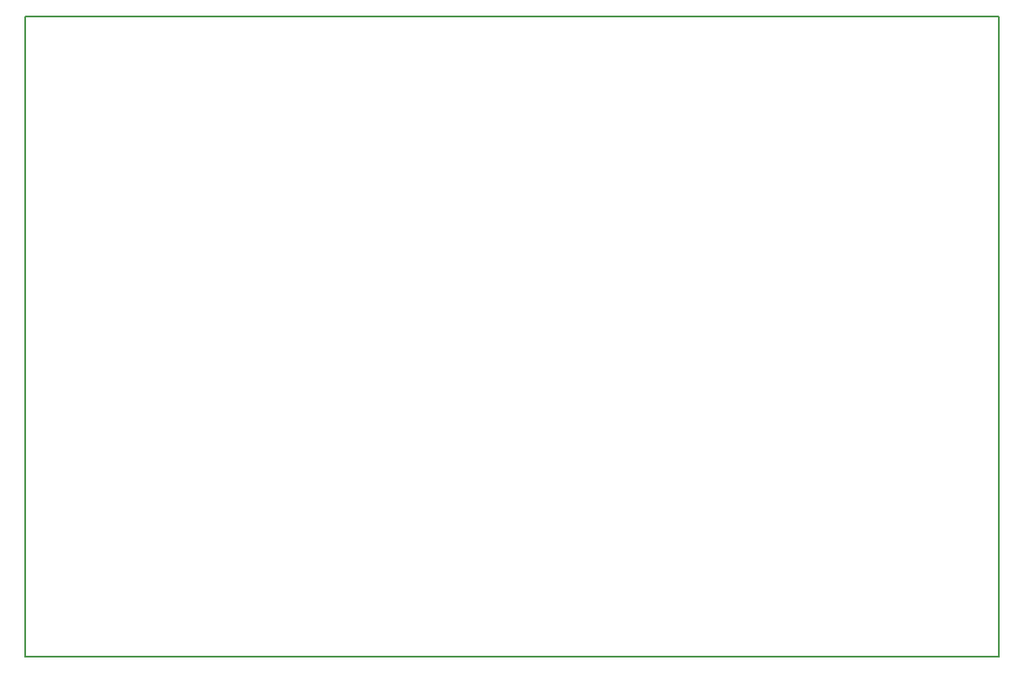
<source format=gbr>
G04 PROTEUS GERBER X2 FILE*
%TF.GenerationSoftware,Labcenter,Proteus,8.9-SP2-Build28501*%
%TF.CreationDate,2023-07-27T06:52:36+00:00*%
%TF.FileFunction,NonPlated,1,2,NPTH*%
%TF.FilePolarity,Positive*%
%TF.Part,Single*%
%TF.SameCoordinates,{a6dc1c72-05ea-40b1-9d21-e55aeb3cbc9d}*%
%FSLAX45Y45*%
%MOMM*%
G01*
%TA.AperFunction,Profile*%
%ADD20C,0.203200*%
%TD.AperFunction*%
D20*
X+0Y-6250000D02*
X+9500000Y-6250000D01*
X+9500000Y+0D01*
X+0Y+0D01*
X+0Y-6250000D01*
M02*

</source>
